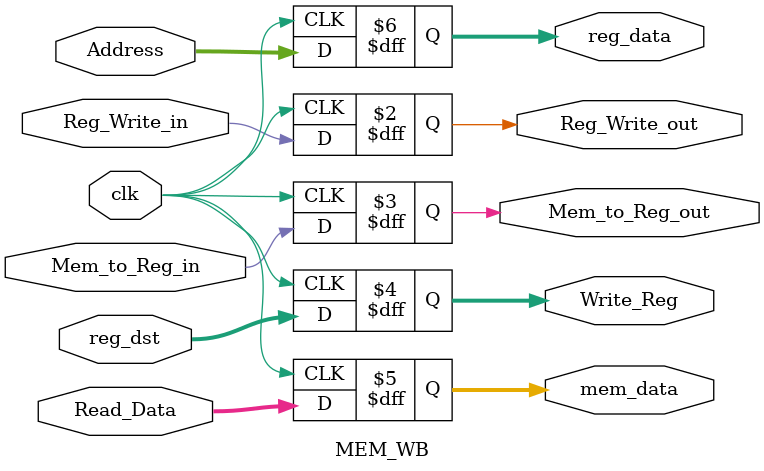
<source format=sv>
`timescale 1ns/1ns
module MEM_WB(input clk, Reg_Write_in, Mem_to_Reg_in, input [4:0] reg_dst, input[31:0] Address, Read_Data, output logic Reg_Write_out, Mem_to_Reg_out, output logic [4:0] Write_Reg, output logic [31:0] mem_data, reg_data);
	always @(posedge clk) begin
		Mem_to_Reg_out <= Mem_to_Reg_in;
		mem_data <= Read_Data;
		Reg_Write_out <= Reg_Write_in;
		reg_data <= Address;
		Write_Reg <= reg_dst;
	end
endmodule

</source>
